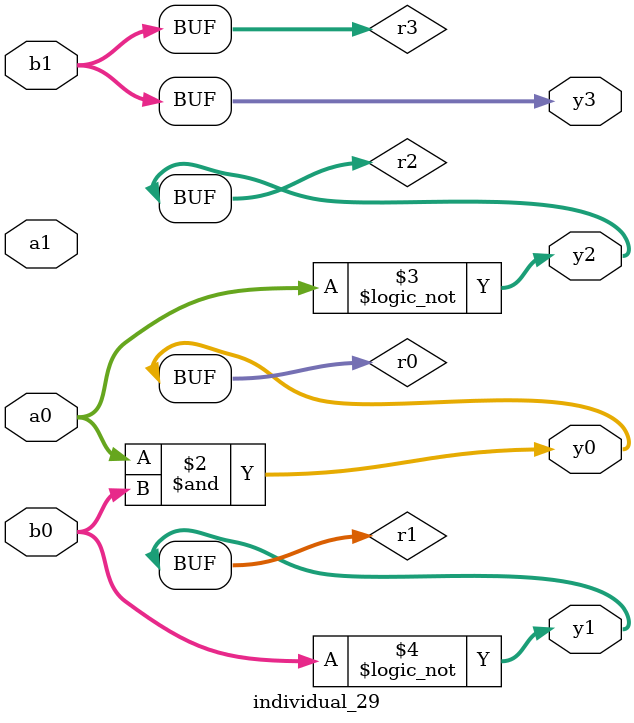
<source format=sv>
module individual_29(input logic [15:0] a1, input logic [15:0] a0, input logic [15:0] b1, input logic [15:0] b0, output logic [15:0] y3, output logic [15:0] y2, output logic [15:0] y1, output logic [15:0] y0);
logic [15:0] r0, r1, r2, r3; 
 always@(*) begin 
	 r0 = a0; r1 = a1; r2 = b0; r3 = b1; 
 	 r0  &=  b0 ;
 	 r2 = ! a0 ;
 	 r1 = ! b0 ;
 	 y3 = r3; y2 = r2; y1 = r1; y0 = r0; 
end
endmodule
</source>
